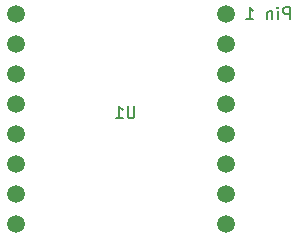
<source format=gbr>
%TF.GenerationSoftware,KiCad,Pcbnew,(6.0.9)*%
%TF.CreationDate,2023-11-13T03:08:14-05:00*%
%TF.ProjectId,ALRT_v1,414c5254-5f76-4312-9e6b-696361645f70,rev?*%
%TF.SameCoordinates,Original*%
%TF.FileFunction,Legend,Bot*%
%TF.FilePolarity,Positive*%
%FSLAX46Y46*%
G04 Gerber Fmt 4.6, Leading zero omitted, Abs format (unit mm)*
G04 Created by KiCad (PCBNEW (6.0.9)) date 2023-11-13 03:08:14*
%MOMM*%
%LPD*%
G01*
G04 APERTURE LIST*
%ADD10C,0.150000*%
%ADD11C,1.500000*%
G04 APERTURE END LIST*
D10*
X126040923Y-73807580D02*
X126040923Y-72807580D01*
X125659971Y-72807580D01*
X125564733Y-72855200D01*
X125517114Y-72902819D01*
X125469495Y-72998057D01*
X125469495Y-73140914D01*
X125517114Y-73236152D01*
X125564733Y-73283771D01*
X125659971Y-73331390D01*
X126040923Y-73331390D01*
X125040923Y-73807580D02*
X125040923Y-73140914D01*
X125040923Y-72807580D02*
X125088542Y-72855200D01*
X125040923Y-72902819D01*
X124993304Y-72855200D01*
X125040923Y-72807580D01*
X125040923Y-72902819D01*
X124564733Y-73140914D02*
X124564733Y-73807580D01*
X124564733Y-73236152D02*
X124517114Y-73188533D01*
X124421876Y-73140914D01*
X124279019Y-73140914D01*
X124183780Y-73188533D01*
X124136161Y-73283771D01*
X124136161Y-73807580D01*
X122374257Y-73807580D02*
X122945685Y-73807580D01*
X122659971Y-73807580D02*
X122659971Y-72807580D01*
X122755209Y-72950438D01*
X122850447Y-73045676D01*
X122945685Y-73093295D01*
%TO.C,U1*%
X112902904Y-81189580D02*
X112902904Y-81999104D01*
X112855285Y-82094342D01*
X112807666Y-82141961D01*
X112712428Y-82189580D01*
X112521952Y-82189580D01*
X112426714Y-82141961D01*
X112379095Y-82094342D01*
X112331476Y-81999104D01*
X112331476Y-81189580D01*
X111331476Y-82189580D02*
X111902904Y-82189580D01*
X111617190Y-82189580D02*
X111617190Y-81189580D01*
X111712428Y-81332438D01*
X111807666Y-81427676D01*
X111902904Y-81475295D01*
%TD*%
D11*
%TO.C,U1*%
X120650000Y-73410000D03*
X120650000Y-75950000D03*
X120650000Y-78490000D03*
X120650000Y-81030000D03*
X120650000Y-83570000D03*
X120650000Y-86110000D03*
X120650000Y-88650000D03*
X120650000Y-91190000D03*
X102870000Y-73410000D03*
X102870000Y-75950000D03*
X102870000Y-78490000D03*
X102870000Y-81030000D03*
X102870000Y-83570000D03*
X102870000Y-86110000D03*
X102870000Y-88650000D03*
X102870000Y-91190000D03*
%TD*%
M02*

</source>
